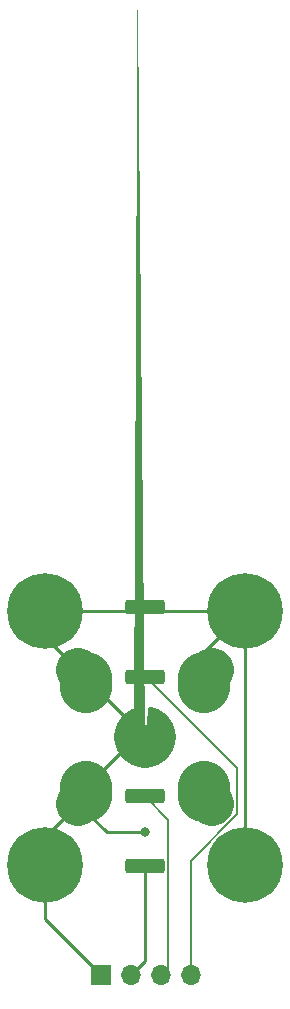
<source format=gbr>
%TF.GenerationSoftware,KiCad,Pcbnew,7.0.7*%
%TF.CreationDate,2023-09-04T20:44:38-04:00*%
%TF.ProjectId,minimal,6d696e69-6d61-46c2-9e6b-696361645f70,rev?*%
%TF.SameCoordinates,Original*%
%TF.FileFunction,Copper,L1,Top*%
%TF.FilePolarity,Positive*%
%FSLAX46Y46*%
G04 Gerber Fmt 4.6, Leading zero omitted, Abs format (unit mm)*
G04 Created by KiCad (PCBNEW 7.0.7) date 2023-09-04 20:44:38*
%MOMM*%
%LPD*%
G01*
G04 APERTURE LIST*
G04 Aperture macros list*
%AMRoundRect*
0 Rectangle with rounded corners*
0 $1 Rounding radius*
0 $2 $3 $4 $5 $6 $7 $8 $9 X,Y pos of 4 corners*
0 Add a 4 corners polygon primitive as box body*
4,1,4,$2,$3,$4,$5,$6,$7,$8,$9,$2,$3,0*
0 Add four circle primitives for the rounded corners*
1,1,$1+$1,$2,$3*
1,1,$1+$1,$4,$5*
1,1,$1+$1,$6,$7*
1,1,$1+$1,$8,$9*
0 Add four rect primitives between the rounded corners*
20,1,$1+$1,$2,$3,$4,$5,0*
20,1,$1+$1,$4,$5,$6,$7,0*
20,1,$1+$1,$6,$7,$8,$9,0*
20,1,$1+$1,$8,$9,$2,$3,0*%
%AMFreePoly0*
4,1,45,0.263282,1.831170,0.521205,1.775062,0.768518,1.682819,1.000186,1.556319,1.211492,1.398137,1.398137,1.211492,1.556319,1.000186,1.682819,0.768518,1.775062,0.521205,1.831170,0.263282,1.850000,0.000000,1.831170,-0.263282,1.775062,-0.521205,1.682819,-0.768518,1.556319,-1.000186,1.398137,-1.211492,1.211492,-1.398137,1.000186,-1.556319,0.768518,-1.682819,0.521205,-1.775062,
0.263282,-1.831170,0.000000,-1.850000,-0.263282,-1.831170,-0.521205,-1.775062,-0.768518,-1.682819,-1.000186,-1.556319,-1.211492,-1.398137,-1.398137,-1.211492,-1.556319,-1.000186,-1.682819,-0.768518,-1.775062,-0.521205,-1.831170,-0.263282,-1.850000,0.000000,-1.831170,0.263282,-1.775062,0.521205,-1.682819,0.768518,-1.556319,1.000186,-1.398137,1.211492,-1.211492,1.398137,-1.000186,1.556319,
-0.768518,1.682819,-0.521205,1.775062,-0.263282,1.831170,0.000000,1.850000,0.263282,1.831170,0.263282,1.831170,$1*%
%AMFreePoly1*
4,1,49,0.287158,2.181179,0.569402,2.125037,0.841904,2.032535,1.100000,1.905256,1.339275,1.745377,1.555635,1.555635,1.745377,1.339275,1.905256,1.100000,2.032535,0.841904,2.125037,0.569402,2.181179,0.287158,2.200000,0.000000,2.181179,-0.287158,2.125037,-0.569402,2.032535,-0.841904,1.905256,-1.100000,1.745377,-1.339275,1.555635,-1.555635,1.339275,-1.745377,1.100000,-1.905256,
0.841904,-2.032535,0.569402,-2.125037,0.287158,-2.181179,0.000000,-2.200000,-0.287158,-2.181179,-0.569402,-2.125037,-0.841904,-2.032535,-1.100000,-1.905256,-1.339275,-1.745377,-1.555635,-1.555635,-1.745377,-1.339275,-1.905256,-1.100000,-2.032535,-0.841904,-2.125037,-0.569402,-2.181179,-0.287158,-2.200000,0.000000,-2.181179,0.287158,-2.125037,0.569402,-2.032535,0.841904,-1.905256,1.100000,
-1.745377,1.339275,-1.555635,1.555635,-1.339275,1.745377,-1.100000,1.905256,-0.841904,2.032535,-0.569402,2.125037,-0.287158,2.181179,0.000000,2.200000,0.287158,2.181179,0.287158,2.181179,$1*%
%AMFreePoly2*
4,1,53,0.313395,2.581043,0.622221,2.524449,0.921973,2.431042,1.208280,2.302186,1.476968,2.139758,1.724119,1.946128,1.946128,1.724119,2.139758,1.476968,2.302186,1.208280,2.431042,0.921973,2.524449,0.622221,2.581043,0.313395,2.600000,0.000000,2.581043,-0.313395,2.524449,-0.622221,2.431042,-0.921973,2.302186,-1.208280,2.139758,-1.476968,1.946128,-1.724119,1.724119,-1.946128,
1.476968,-2.139758,1.208280,-2.302186,0.921973,-2.431042,0.622221,-2.524449,0.313395,-2.581043,0.000000,-2.600000,-0.313395,-2.581043,-0.622221,-2.524449,-0.921973,-2.431042,-1.208280,-2.302186,-1.476968,-2.139758,-1.724119,-1.946128,-1.946128,-1.724119,-2.139758,-1.476968,-2.302186,-1.208280,-2.431042,-0.921973,-2.524449,-0.622221,-2.581043,-0.313395,-2.600000,0.000000,-2.581043,0.313395,
-2.524449,0.622221,-2.431042,0.921973,-2.302186,1.208280,-2.139758,1.476968,-1.946128,1.724119,-1.724119,1.946128,-1.476968,2.139758,-1.208280,2.302186,-0.921973,2.431042,-0.622221,2.524449,-0.313395,2.581043,0.000000,2.600000,0.313395,2.581043,0.313395,2.581043,$1*%
G04 Aperture macros list end*
%TA.AperFunction,ComponentPad*%
%ADD10R,1.700000X1.700000*%
%TD*%
%TA.AperFunction,ComponentPad*%
%ADD11O,1.700000X1.700000*%
%TD*%
%TA.AperFunction,SMDPad,CuDef*%
%ADD12RoundRect,0.250000X1.425000X-0.362500X1.425000X0.362500X-1.425000X0.362500X-1.425000X-0.362500X0*%
%TD*%
%TA.AperFunction,ComponentPad*%
%ADD13C,0.800000*%
%TD*%
%TA.AperFunction,ComponentPad*%
%ADD14C,6.400000*%
%TD*%
%TA.AperFunction,ComponentPad*%
%ADD15FreePoly0,0.000000*%
%TD*%
%TA.AperFunction,ComponentPad*%
%ADD16FreePoly1,0.000000*%
%TD*%
%TA.AperFunction,ComponentPad*%
%ADD17FreePoly2,0.000000*%
%TD*%
%TA.AperFunction,ViaPad*%
%ADD18C,0.800000*%
%TD*%
%TA.AperFunction,Conductor*%
%ADD19C,0.250000*%
%TD*%
%TA.AperFunction,Conductor*%
%ADD20C,0.200000*%
%TD*%
G04 APERTURE END LIST*
D10*
%TO.P,J1,1,Pin_1*%
%TO.N,GND*%
X8260000Y-34300000D03*
D11*
%TO.P,J1,2,Pin_2*%
%TO.N,VDDA*%
X10800000Y-34300000D03*
%TO.P,J1,3,Pin_3*%
%TO.N,IN+*%
X13340000Y-34300000D03*
%TO.P,J1,4,Pin_4*%
%TO.N,IN-*%
X15880000Y-34300000D03*
%TD*%
D12*
%TO.P,R3,1*%
%TO.N,IN-*%
X12000000Y-9112500D03*
%TO.P,R3,2*%
%TO.N,GND*%
X12000000Y-3187500D03*
%TD*%
D13*
%TO.P,H1,1,1*%
%TO.N,GND*%
X1100000Y-3500000D03*
X1802944Y-1802944D03*
X1802944Y-5197056D03*
X3500000Y-1100000D03*
D14*
X3500000Y-3500000D03*
D13*
X3500000Y-5900000D03*
X5197056Y-1802944D03*
X5197056Y-5197056D03*
X5900000Y-3500000D03*
%TD*%
D15*
%TO.P,U1,1,GND*%
%TO.N,GND*%
X6343146Y-8493146D03*
X6343146Y-19806854D03*
D16*
X7000000Y-9150000D03*
X7000000Y-9900000D03*
X7000000Y-18400000D03*
X7000000Y-19150000D03*
D17*
X12000000Y-14150000D03*
D16*
X17000000Y-9150000D03*
X17000000Y-9900000D03*
X17000000Y-18400000D03*
X17000000Y-19150000D03*
D15*
X17656854Y-8493146D03*
X17656854Y-19806854D03*
%TD*%
D13*
%TO.P,H2,1,1*%
%TO.N,GND*%
X18100000Y-3500000D03*
X18802944Y-1802944D03*
X18802944Y-5197056D03*
X20500000Y-1100000D03*
D14*
X20500000Y-3500000D03*
D13*
X20500000Y-5900000D03*
X22197056Y-1802944D03*
X22197056Y-5197056D03*
X22900000Y-3500000D03*
%TD*%
D12*
%TO.P,R1,1*%
%TO.N,VDDA*%
X12000000Y-25112500D03*
%TO.P,R1,2*%
%TO.N,IN+*%
X12000000Y-19187500D03*
%TD*%
D13*
%TO.P,H3,1,1*%
%TO.N,GND*%
X1100000Y-25000000D03*
X1802944Y-23302944D03*
X1802944Y-26697056D03*
X3500000Y-22600000D03*
D14*
X3500000Y-25000000D03*
D13*
X3500000Y-27400000D03*
X5197056Y-23302944D03*
X5197056Y-26697056D03*
X5900000Y-25000000D03*
%TD*%
%TO.P,H4,1,1*%
%TO.N,GND*%
X18100000Y-25000000D03*
X18802944Y-23302944D03*
X18802944Y-26697056D03*
X20500000Y-22600000D03*
D14*
X20500000Y-25000000D03*
D13*
X20500000Y-27400000D03*
X22197056Y-23302944D03*
X22197056Y-26697056D03*
X22900000Y-25000000D03*
%TD*%
D18*
%TO.N,GND*%
X12000000Y-22200000D03*
%TD*%
D19*
%TO.N,GND*%
X7000000Y-19150000D02*
X3500000Y-22650000D01*
X8736292Y-22200000D02*
X6343146Y-19806854D01*
X3500000Y-22650000D02*
X3500000Y-25000000D01*
X20500000Y-3500000D02*
X17000000Y-7000000D01*
X3500000Y-25000000D02*
X3500000Y-29540000D01*
X12000000Y-22200000D02*
X8736292Y-22200000D01*
X3500000Y-5650000D02*
X6343146Y-8493146D01*
X12000000Y-14150000D02*
X7750000Y-9900000D01*
X17000000Y-7000000D02*
X17000000Y-9900000D01*
X7000000Y-18400000D02*
X11250000Y-14150000D01*
X12312500Y-3500000D02*
X12000000Y-3187500D01*
X3500000Y-3500000D02*
X3500000Y-5650000D01*
X3500000Y-3500000D02*
X11687500Y-3500000D01*
X11250000Y-14150000D02*
X12000000Y-14150000D01*
X11687500Y-3500000D02*
X12000000Y-3187500D01*
X20500000Y-3500000D02*
X12312500Y-3500000D01*
X3500000Y-29540000D02*
X8260000Y-34300000D01*
X7750000Y-9900000D02*
X7000000Y-9900000D01*
X20500000Y-3500000D02*
X20500000Y-25000000D01*
%TO.N,VDDA*%
X12000000Y-24550000D02*
X12000000Y-33100000D01*
X12000000Y-33100000D02*
X10800000Y-34300000D01*
D20*
%TO.N,IN+*%
X13975000Y-33665000D02*
X13340000Y-34300000D01*
X13975000Y-21162500D02*
X13975000Y-33665000D01*
X12000000Y-19187500D02*
X13975000Y-21162500D01*
%TO.N,IN-*%
X12000000Y-8962500D02*
X19806854Y-16769354D01*
X19806854Y-16769354D02*
X19806854Y-20697414D01*
X15880000Y-24624268D02*
X15880000Y-34300000D01*
X19806854Y-20697414D02*
X15880000Y-24624268D01*
%TD*%
M02*

</source>
